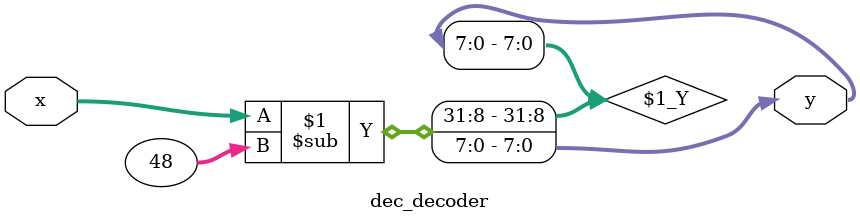
<source format=sv>
module dec_decoder(input byte x, output byte y);
    assign y = x - 48;
endmodule

</source>
